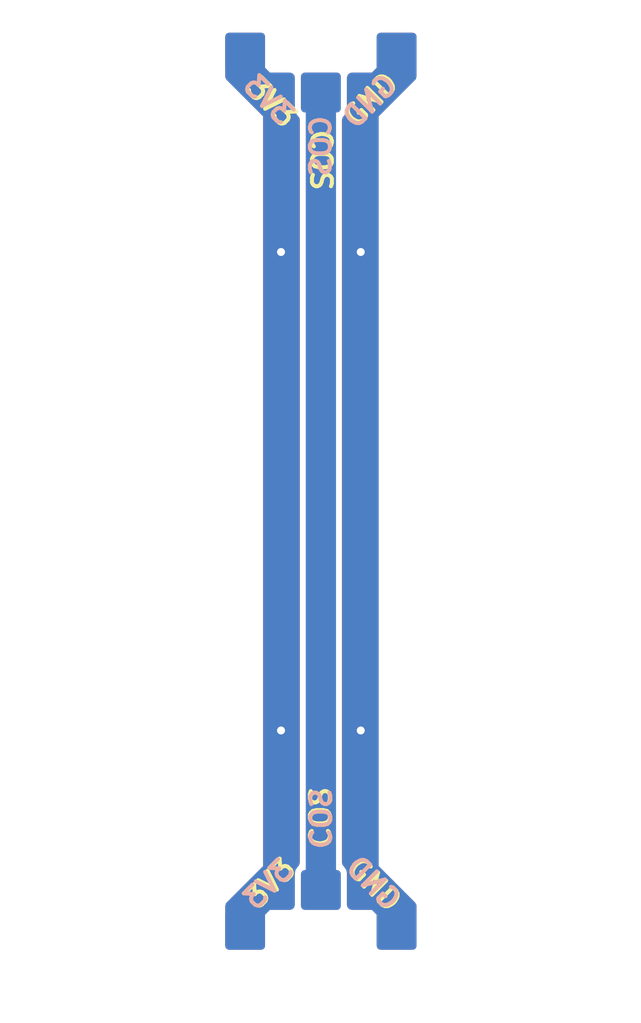
<source format=kicad_pcb>
(kicad_pcb (version 20221018) (generator pcbnew)
  (layers (0 "F.Cu" signal) (31 "B.Cu" signal) (34 "B.Paste" user) (35 "F.Paste" user) (36 "B.SilkS" user "B.Silkscreen") (37 "F.SilkS" user "F.Silkscreen") (38 "B.Mask" user) (39 "F.Mask" user) (44 "Edge.Cuts" user))
  (net 0 "")
  (net 1 "/+3V3")
  (net 2 "/SIN")
  (net 3 "/GND")
  (net 4 "/COS")
  (footprint "adapter-encoder:dogbone_pad" (layer "F.Cu") (at 90.42 48.09)
    (fp_text reference "M5" hide)
    (fp_text value "THRU_HOLE_PAD")
    (pad "1" smd roundrect (at 0 0) (size 1 1) (layers "F.Cu" "F.Paste" "F.Mask") (roundrect_rratio 0.1) (net 3 "/GND"))
  )
  (footprint "adapter-encoder:dogbone_pad" (layer "F.Cu") (at 86.62 48.09)
    (fp_text reference "M1" hide)
    (fp_text value "THRU_HOLE_PAD")
    (pad "1" smd roundrect (at 0 0) (size 1 1) (layers "F.Cu" "F.Paste" "F.Mask") (roundrect_rratio 0.1) (net 1 "/+3V3"))
  )
  (footprint "adapter-encoder:dogbone_pad" (layer "F.Cu") (at 88.52 69.09)
    (fp_text reference "M2" hide)
    (fp_text value "THRU_HOLE_PAD")
    (pad "1" smd roundrect (at 0 0) (size 1 1) (layers "F.Cu" "F.Paste" "F.Mask") (roundrect_rratio 0.1) (net 4 "/COS"))
  )
  (footprint "adapter-encoder:dogbone_pad" (layer "F.Cu") (at 86.62 70.09)
    (fp_text reference "M3" hide)
    (fp_text value "THRU_HOLE_PAD")
    (pad "1" smd roundrect (at 0 0) (size 1 1) (layers "F.Cu" "F.Paste" "F.Mask") (roundrect_rratio 0.1) (net 1 "/+3V3"))
  )
  (footprint "adapter-encoder:dogbone_pad" (layer "F.Cu") (at 88.52 49.09)
    (fp_text reference "M4" hide)
    (fp_text value "THRU_HOLE_PAD")
    (pad "1" smd roundrect (at 0 0) (size 1 1) (layers "F.Cu" "F.Paste" "F.Mask") (roundrect_rratio 0.1) (net 4 "/COS"))
  )
  (footprint "adapter-encoder:dogbone_pad" (layer "F.Cu") (at 90.42 70.09)
    (fp_text reference "M11" hide)
    (fp_text value "THRU_HOLE_PAD")
    (pad "1" smd roundrect (at 0 0) (size 1 1) (layers "F.Cu" "F.Paste" "F.Mask") (roundrect_rratio 0.1) (net 3 "/GND"))
  )
  (footprint "adapter-encoder:dogbone_pad" (layer "B.Cu") (at 90.42 48.09 180)
    (fp_text reference "M7" hide)
    (fp_text value "THRU_HOLE_PAD")
    (pad "1" smd roundrect (at 0 0 180) (size 1 1) (layers "B.Cu" "B.Paste" "B.Mask") (roundrect_rratio 0.1) (net 3 "/GND"))
  )
  (footprint "adapter-encoder:dogbone_pad" (layer "B.Cu") (at 86.62 70.09 180)
    (fp_text reference "M10" hide)
    (fp_text value "THRU_HOLE_PAD")
    (pad "1" smd roundrect (at 0 0 180) (size 1 1) (layers "B.Cu" "B.Paste" "B.Mask") (roundrect_rratio 0.1) (net 1 "/+3V3"))
  )
  (footprint "adapter-encoder:dogbone_pad" (layer "B.Cu") (at 86.62 48.09 180)
    (fp_text reference "M9" hide)
    (fp_text value "THRU_HOLE_PAD")
    (pad "1" smd roundrect (at 0 0 180) (size 1 1) (layers "B.Cu" "B.Paste" "B.Mask") (roundrect_rratio 0.1) (net 1 "/+3V3"))
  )
  (footprint "adapter-encoder:dogbone_pad" (layer "B.Cu") (at 88.52 69.09 180)
    (fp_text reference "M6" hide)
    (fp_text value "THRU_HOLE_PAD")
    (pad "1" smd roundrect (at 0 0 180) (size 1 1) (layers "B.Cu" "B.Paste" "B.Mask") (roundrect_rratio 0.1) (net 2 "/SIN"))
  )
  (footprint "adapter-encoder:dogbone_pad" (layer "B.Cu") (at 90.42 70.09 180)
    (fp_text reference "M12" hide)
    (fp_text value "THRU_HOLE_PAD")
    (pad "1" smd roundrect (at 0 0 180) (size 1 1) (layers "B.Cu" "B.Paste" "B.Mask") (roundrect_rratio 0.1) (net 3 "/GND"))
  )
  (footprint "adapter-encoder:dogbone_pad" (layer "B.Cu") (at 88.52 49.09 180)
    (fp_text reference "M8" hide)
    (fp_text value "THRU_HOLE_PAD")
    (pad "1" smd roundrect (at 0 0 180) (size 1 1) (layers "B.Cu" "B.Paste" "B.Mask") (roundrect_rratio 0.1) (net 2 "/SIN"))
  )
  (gr_line locked (start 86.12 47.59) (end 86.12 48.74) (stroke (width 0.001)) (layer "Edge.Cuts"))
  (gr_line locked (start 90.92 47.59) (end 89.92 47.59) (stroke (width 0.001)) (layer "Edge.Cuts"))
  (gr_line locked (start 89.797208 48.59) (end 87.242792 48.59) (stroke (width 0.001)) (layer "Edge.Cuts"))
  (gr_line locked (start 89.97 49.69) (end 90.92 48.74) (stroke (width 0.001)) (layer "Edge.Cuts"))
  (gr_line locked (start 87.07 68.49) (end 86.12 69.44) (stroke (width 0.001)) (layer "Edge.Cuts"))
  (gr_line locked (start 90.92 70.59) (end 90.92 69.44) (stroke (width 0.001)) (layer "Edge.Cuts"))
  (gr_line locked (start 86.12 48.74) (end 87.07 49.69) (stroke (width 0.001)) (layer "Edge.Cuts"))
  (gr_line locked (start 89.92 69.712792) (end 89.92 70.59) (stroke (width 0.001)) (layer "Edge.Cuts"))
  (gr_line locked (start 89.92 48.467208) (end 89.797208 48.59) (stroke (width 0.001)) (layer "Edge.Cuts"))
  (gr_line locked (start 87.12 47.59) (end 86.12 47.59) (stroke (width 0.001)) (layer "Edge.Cuts"))
  (gr_line locked (start 86.12 70.59) (end 87.12 70.59) (stroke (width 0.001)) (layer "Edge.Cuts"))
  (gr_line locked (start 87.242792 48.59) (end 87.12 48.467208) (stroke (width 0.001)) (layer "Edge.Cuts"))
  (gr_line locked (start 89.92 70.59) (end 90.92 70.59) (stroke (width 0.001)) (layer "Edge.Cuts"))
  (gr_line locked (start 90.92 69.44) (end 89.97 68.49) (stroke (width 0.001)) (layer "Edge.Cuts"))
  (gr_line locked (start 87.12 70.59) (end 87.12 69.712792) (stroke (width 0.001)) (layer "Edge.Cuts"))
  (gr_line locked (start 87.07 49.69) (end 87.07 68.49) (stroke (width 0.001)) (layer "Edge.Cuts"))
  (gr_line locked (start 87.12 69.712792) (end 87.242792 69.59) (stroke (width 0.001)) (layer "Edge.Cuts"))
  (gr_line locked (start 89.97 68.49) (end 89.97 49.69) (stroke (width 0.001)) (layer "Edge.Cuts"))
  (gr_line locked (start 86.12 69.44) (end 86.12 70.59) (stroke (width 0.001)) (layer "Edge.Cuts"))
  (gr_line locked (start 89.92 47.59) (end 89.92 48.467208) (stroke (width 0.001)) (layer "Edge.Cuts"))
  (gr_line locked (start 87.242792 69.59) (end 89.797208 69.59) (stroke (width 0.001)) (layer "Edge.Cuts"))
  (gr_line locked (start 90.92 48.74) (end 90.92 47.59) (stroke (width 0.001)) (layer "Edge.Cuts"))
  (gr_line locked (start 89.797208 69.59) (end 89.92 69.712792) (stroke (width 0.001)) (layer "Edge.Cuts"))
  (gr_line locked (start 87.12 48.467208) (end 87.12 47.59) (stroke (width 0.001)) (layer "Edge.Cuts"))
  (gr_text "COS" (at 88.19 68.12 -90) (layer "B.SilkS") (effects (font (size 0.5 0.5) (thickness 0.1) bold) (justify left bottom mirror)))
  (gr_text "COS" (at 88.81 49.62 90) (layer "B.SilkS") (effects (font (size 0.5 0.5) (thickness 0.1) bold) (justify left bottom mirror)))
  (gr_text "3V3" (at 87.94 68.62 45) (layer "B.SilkS") (effects (font (size 0.5 0.5) (thickness 0.1) bold) (justify left bottom mirror)))
  (gr_text "3V3" (at 87.53 50.01 -45) (layer "B.SilkS") (effects (font (size 0.5 0.5) (thickness 0.1) bold) (justify left bottom mirror)))
  (gr_text "GND" (at 90.21 69.71 -45) (layer "B.SilkS") (effects (font (size 0.5 0.5) (thickness 0.1) bold) (justify left bottom mirror)))
  (gr_text "GND" (at 90.54 48.93 45) (layer "B.SilkS") (effects (font (size 0.5 0.5) (thickness 0.1) bold) (justify left bottom mirror)))
  (gr_text "3V3" (at 86.93 69.66 45) (layer "F.SilkS") (effects (font (size 0.5 0.5) (thickness 0.1) bold) (justify left bottom)))
  (gr_text "COS" (at 88.23 49.97 -90) (layer "F.SilkS") (effects (font (size 0.5 0.5) (thickness 0.1) bold) (justify left bottom)))
  (gr_text "GND" (at 89.07 68.57 315) (layer "F.SilkS") (effects (font (size 0.5 0.5) (thickness 0.1) bold) (justify left bottom)))
  (gr_text "GND" (at 89.4 50.06 45) (layer "F.SilkS") (effects (font (size 0.5 0.5) (thickness 0.1) bold) (justify left bottom)))
  (gr_text "3V3" (at 86.54 49.01 -45) (layer "F.SilkS") (effects (font (size 0.5 0.5) (thickness 0.1) bold) (justify left bottom)))
  (gr_text "COS" (at 88.81 68.08 90) (layer "F.SilkS") (effects (font (size 0.5 0.5) (thickness 0.1) bold) (justify left bottom)))
  (via (at 87.52 65.09) (size 0.45) (drill 0.2) (layers "F.Cu" "B.Cu") (net 1))
  (via (at 87.52 53.09) (size 0.45) (drill 0.2) (layers "F.Cu" "B.Cu") (net 1))
  (segment (start 88.52 49.09) (end 88.52 69.09) (width 0.76) (layer "B.Cu") (net 2))
  (via (at 89.52 65.09) (size 0.45) (drill 0.2) (layers "F.Cu" "B.Cu") (net 3))
  (via (at 89.52 53.09) (size 0.45) (drill 0.2) (layers "F.Cu" "B.Cu") (net 3))
  (segment (start 88.52 69.09) (end 88.52 49.09) (width 0.75) (layer "F.Cu") (net 4))
  (zone (net 1) (net_name "/+3V3") (layers "F&B.Cu") (connect_pads yes (clearance 0.1524)) (min_thickness 0.25) (fill yes (thermal_gap 0.5) (thermal_bridge_width 0.5))
    (polygon (pts (xy 88.37 71.73) (xy 88.31 71.79) (xy 84.51 71.79) (xy 84.42 71.7) (xy 84.42 46.77) (xy 88.37 46.77)))
  )
  (zone (net 3) (net_name "/GND") (layers "F&B.Cu") (connect_pads yes (clearance 0.1524)) (min_thickness 0.25) (fill yes (thermal_gap 0.5) (thermal_bridge_width 0.5))
    (polygon (pts (xy 92.72 71.73) (xy 92.66 71.79) (xy 88.86 71.79) (xy 88.77 71.7) (xy 88.77 46.77) (xy 92.72 46.77)))
  )
)
</source>
